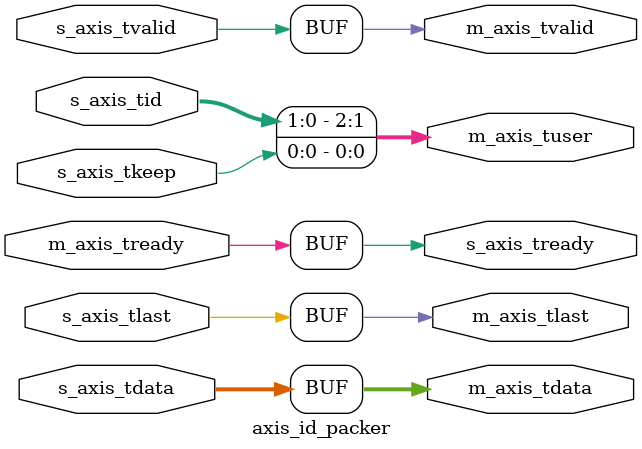
<source format=v>
`timescale 1ns / 1ps


module axis_id_packer #(
    parameter DATA_WIDTH = 8,
    parameter TID_WIDTH = 2,
    parameter TUSER_WIDTH = TID_WIDTH + DATA_WIDTH / 8
)(
    input [DATA_WIDTH-1:0] s_axis_tdata,
    input [TID_WIDTH-1:0] s_axis_tid,
    input [DATA_WIDTH/8-1:0] s_axis_tkeep,
    input s_axis_tlast,
    input s_axis_tvalid,
    output s_axis_tready,

    output [DATA_WIDTH-1:0] m_axis_tdata,
    output m_axis_tlast,
    output m_axis_tvalid,
    output [TUSER_WIDTH-1:0] m_axis_tuser,
    input m_axis_tready
);

assign m_axis_tdata = s_axis_tdata;
assign m_axis_tlast = s_axis_tlast;
assign m_axis_tvalid = s_axis_tvalid;
assign m_axis_tuser = {s_axis_tid, s_axis_tkeep};
assign s_axis_tready = m_axis_tready;

endmodule

</source>
